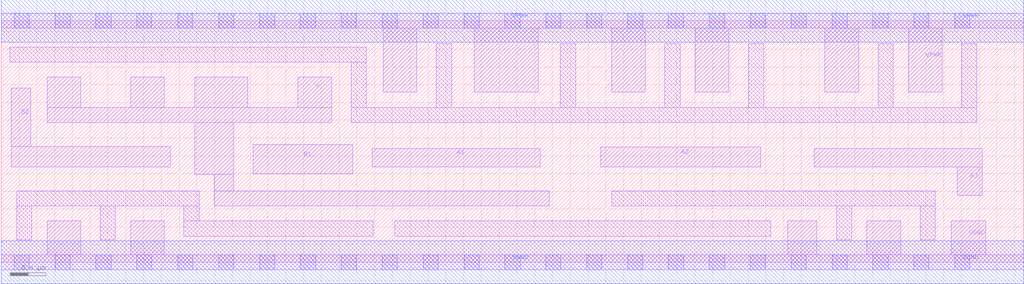
<source format=lef>
# Copyright 2020 The SkyWater PDK Authors
#
# Licensed under the Apache License, Version 2.0 (the "License");
# you may not use this file except in compliance with the License.
# You may obtain a copy of the License at
#
#     https://www.apache.org/licenses/LICENSE-2.0
#
# Unless required by applicable law or agreed to in writing, software
# distributed under the License is distributed on an "AS IS" BASIS,
# WITHOUT WARRANTIES OR CONDITIONS OF ANY KIND, either express or implied.
# See the License for the specific language governing permissions and
# limitations under the License.
#
# SPDX-License-Identifier: Apache-2.0

VERSION 5.7 ;
  NAMESCASESENSITIVE ON ;
  NOWIREEXTENSIONATPIN ON ;
  DIVIDERCHAR "/" ;
  BUSBITCHARS "[]" ;
UNITS
  DATABASE MICRONS 200 ;
END UNITS
PROPERTYDEFINITIONS
  MACRO maskLayoutSubType STRING ;
  MACRO prCellType STRING ;
  MACRO originalViewName STRING ;
END PROPERTYDEFINITIONS
MACRO sky130_fd_sc_hdll__a32oi_4
  CLASS CORE ;
  FOREIGN sky130_fd_sc_hdll__a32oi_4 ;
  ORIGIN  0.000000  0.000000 ;
  SIZE  11.50000 BY  2.720000 ;
  SYMMETRY X Y R90 ;
  SITE unithd ;
  PIN A1
    ANTENNAGATEAREA  1.110000 ;
    DIRECTION INPUT ;
    USE SIGNAL ;
    PORT
      LAYER li1 ;
        RECT 4.175000 1.075000 6.065000 1.285000 ;
    END
  END A1
  PIN A2
    ANTENNAGATEAREA  1.110000 ;
    DIRECTION INPUT ;
    USE SIGNAL ;
    PORT
      LAYER li1 ;
        RECT 6.745000 1.075000 8.545000 1.300000 ;
    END
  END A2
  PIN A3
    ANTENNAGATEAREA  1.110000 ;
    DIRECTION INPUT ;
    USE SIGNAL ;
    PORT
      LAYER li1 ;
        RECT  9.145000 1.075000 11.035000 1.280000 ;
        RECT 10.755000 0.755000 11.035000 1.075000 ;
    END
  END A3
  PIN B1
    ANTENNAGATEAREA  1.110000 ;
    DIRECTION INPUT ;
    USE SIGNAL ;
    PORT
      LAYER li1 ;
        RECT 2.835000 0.995000 3.955000 1.325000 ;
    END
  END B1
  PIN B2
    ANTENNAGATEAREA  1.110000 ;
    DIRECTION INPUT ;
    USE SIGNAL ;
    PORT
      LAYER li1 ;
        RECT 0.110000 1.075000 1.900000 1.305000 ;
        RECT 0.110000 1.305000 0.330000 1.965000 ;
    END
  END B2
  PIN Y
    ANTENNADIFFAREA  2.024500 ;
    DIRECTION OUTPUT ;
    USE SIGNAL ;
    PORT
      LAYER li1 ;
        RECT 0.515000 1.575000 3.715000 1.745000 ;
        RECT 0.515000 1.745000 0.895000 2.085000 ;
        RECT 1.455000 1.745000 1.835000 2.085000 ;
        RECT 2.175000 0.990000 2.615000 1.575000 ;
        RECT 2.175000 1.745000 2.775000 2.085000 ;
        RECT 2.395000 0.635000 6.165000 0.805000 ;
        RECT 2.395000 0.805000 2.615000 0.990000 ;
        RECT 3.335000 1.745000 3.715000 2.085000 ;
    END
  END Y
  PIN VGND
    DIRECTION INOUT ;
    USE GROUND ;
    PORT
      LAYER li1 ;
        RECT  0.000000 -0.085000 11.500000 0.085000 ;
        RECT  0.515000  0.085000  0.895000 0.465000 ;
        RECT  1.455000  0.085000  1.835000 0.465000 ;
        RECT  8.845000  0.085000  9.175000 0.465000 ;
        RECT  9.735000  0.085000 10.115000 0.465000 ;
        RECT 10.685000  0.085000 11.075000 0.465000 ;
      LAYER mcon ;
        RECT  0.145000 -0.085000  0.315000 0.085000 ;
        RECT  0.605000 -0.085000  0.775000 0.085000 ;
        RECT  1.065000 -0.085000  1.235000 0.085000 ;
        RECT  1.525000 -0.085000  1.695000 0.085000 ;
        RECT  1.985000 -0.085000  2.155000 0.085000 ;
        RECT  2.445000 -0.085000  2.615000 0.085000 ;
        RECT  2.905000 -0.085000  3.075000 0.085000 ;
        RECT  3.365000 -0.085000  3.535000 0.085000 ;
        RECT  3.825000 -0.085000  3.995000 0.085000 ;
        RECT  4.285000 -0.085000  4.455000 0.085000 ;
        RECT  4.745000 -0.085000  4.915000 0.085000 ;
        RECT  5.205000 -0.085000  5.375000 0.085000 ;
        RECT  5.665000 -0.085000  5.835000 0.085000 ;
        RECT  6.125000 -0.085000  6.295000 0.085000 ;
        RECT  6.585000 -0.085000  6.755000 0.085000 ;
        RECT  7.045000 -0.085000  7.215000 0.085000 ;
        RECT  7.505000 -0.085000  7.675000 0.085000 ;
        RECT  7.965000 -0.085000  8.135000 0.085000 ;
        RECT  8.425000 -0.085000  8.595000 0.085000 ;
        RECT  8.885000 -0.085000  9.055000 0.085000 ;
        RECT  9.345000 -0.085000  9.515000 0.085000 ;
        RECT  9.805000 -0.085000  9.975000 0.085000 ;
        RECT 10.265000 -0.085000 10.435000 0.085000 ;
        RECT 10.725000 -0.085000 10.895000 0.085000 ;
      LAYER met1 ;
        RECT 0.000000 -0.240000 11.500000 0.240000 ;
    END
  END VGND
  PIN VPWR
    DIRECTION INOUT ;
    USE POWER ;
    PORT
      LAYER li1 ;
        RECT  0.000000 2.635000 11.500000 2.805000 ;
        RECT  4.295000 1.915000  4.675000 2.635000 ;
        RECT  5.320000 1.915000  6.040000 2.635000 ;
        RECT  6.865000 1.915000  7.245000 2.635000 ;
        RECT  7.805000 1.915000  8.185000 2.635000 ;
        RECT  9.265000 1.915000  9.645000 2.635000 ;
        RECT 10.205000 1.915000 10.585000 2.635000 ;
      LAYER mcon ;
        RECT  0.145000 2.635000  0.315000 2.805000 ;
        RECT  0.605000 2.635000  0.775000 2.805000 ;
        RECT  1.065000 2.635000  1.235000 2.805000 ;
        RECT  1.525000 2.635000  1.695000 2.805000 ;
        RECT  1.985000 2.635000  2.155000 2.805000 ;
        RECT  2.445000 2.635000  2.615000 2.805000 ;
        RECT  2.905000 2.635000  3.075000 2.805000 ;
        RECT  3.365000 2.635000  3.535000 2.805000 ;
        RECT  3.825000 2.635000  3.995000 2.805000 ;
        RECT  4.285000 2.635000  4.455000 2.805000 ;
        RECT  4.745000 2.635000  4.915000 2.805000 ;
        RECT  5.205000 2.635000  5.375000 2.805000 ;
        RECT  5.665000 2.635000  5.835000 2.805000 ;
        RECT  6.125000 2.635000  6.295000 2.805000 ;
        RECT  6.585000 2.635000  6.755000 2.805000 ;
        RECT  7.045000 2.635000  7.215000 2.805000 ;
        RECT  7.505000 2.635000  7.675000 2.805000 ;
        RECT  7.965000 2.635000  8.135000 2.805000 ;
        RECT  8.425000 2.635000  8.595000 2.805000 ;
        RECT  8.885000 2.635000  9.055000 2.805000 ;
        RECT  9.345000 2.635000  9.515000 2.805000 ;
        RECT  9.805000 2.635000  9.975000 2.805000 ;
        RECT 10.265000 2.635000 10.435000 2.805000 ;
        RECT 10.725000 2.635000 10.895000 2.805000 ;
      LAYER met1 ;
        RECT 0.000000 2.480000 11.500000 2.960000 ;
    END
  END VPWR
  OBS
    LAYER li1 ;
      RECT  0.095000 2.255000  4.105000 2.425000 ;
      RECT  0.175000 0.255000  0.345000 0.635000 ;
      RECT  0.175000 0.635000  2.225000 0.805000 ;
      RECT  1.115000 0.255000  1.285000 0.635000 ;
      RECT  2.055000 0.295000  4.185000 0.465000 ;
      RECT  2.055000 0.465000  2.225000 0.635000 ;
      RECT  3.935000 1.575000 10.975000 1.745000 ;
      RECT  3.935000 1.745000  4.105000 2.255000 ;
      RECT  4.425000 0.295000  8.655000 0.465000 ;
      RECT  4.895000 1.745000  5.065000 2.465000 ;
      RECT  6.290000 1.745000  6.460000 2.465000 ;
      RECT  6.865000 0.635000 10.505000 0.805000 ;
      RECT  7.465000 1.745000  7.635000 2.465000 ;
      RECT  8.405000 1.745000  8.575000 2.465000 ;
      RECT  9.395000 0.255000  9.565000 0.635000 ;
      RECT  9.865000 1.745000 10.035000 2.465000 ;
      RECT 10.335000 0.255000 10.505000 0.635000 ;
      RECT 10.805000 1.745000 10.975000 2.465000 ;
  END
  PROPERTY maskLayoutSubType "abstract" ;
  PROPERTY prCellType "standard" ;
  PROPERTY originalViewName "layout" ;
END sky130_fd_sc_hdll__a32oi_4

</source>
